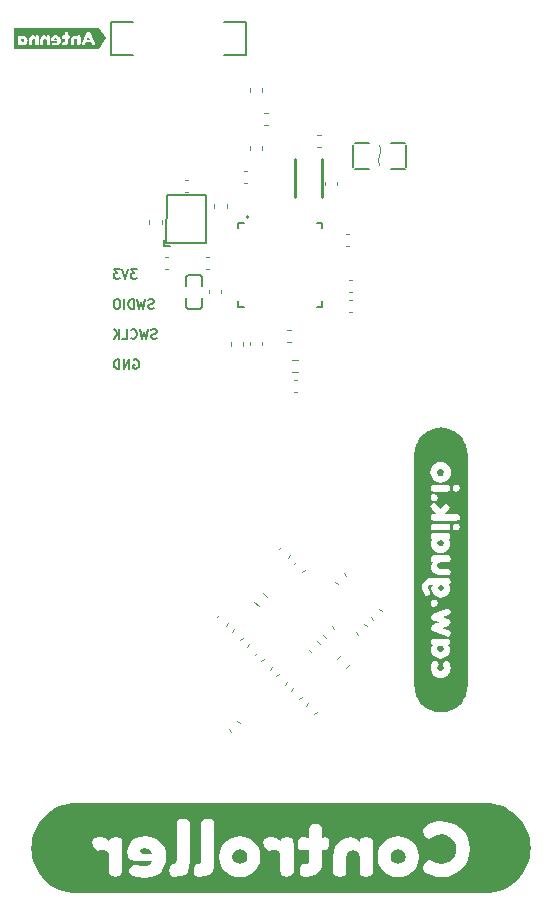
<source format=gbr>
%TF.GenerationSoftware,KiCad,Pcbnew,(6.0.9)*%
%TF.CreationDate,2023-01-04T16:14:01+08:00*%
%TF.ProjectId,CAWController,43415743-6f6e-4747-926f-6c6c65722e6b,rev?*%
%TF.SameCoordinates,Original*%
%TF.FileFunction,Legend,Bot*%
%TF.FilePolarity,Positive*%
%FSLAX46Y46*%
G04 Gerber Fmt 4.6, Leading zero omitted, Abs format (unit mm)*
G04 Created by KiCad (PCBNEW (6.0.9)) date 2023-01-04 16:14:01*
%MOMM*%
%LPD*%
G01*
G04 APERTURE LIST*
%ADD10C,0.150000*%
%ADD11C,0.120000*%
%ADD12C,0.254000*%
%ADD13C,0.152000*%
%ADD14C,0.076000*%
%ADD15C,0.152400*%
G04 APERTURE END LIST*
D10*
X123723808Y-85452000D02*
X123799999Y-85413904D01*
X123914285Y-85413904D01*
X124028570Y-85452000D01*
X124104761Y-85528190D01*
X124142856Y-85604380D01*
X124180951Y-85756761D01*
X124180951Y-85871047D01*
X124142856Y-86023428D01*
X124104761Y-86099619D01*
X124028570Y-86175809D01*
X123914285Y-86213904D01*
X123838094Y-86213904D01*
X123723808Y-86175809D01*
X123685713Y-86137714D01*
X123685713Y-85871047D01*
X123838094Y-85871047D01*
X123342856Y-86213904D02*
X123342856Y-85413904D01*
X122885713Y-86213904D01*
X122885713Y-85413904D01*
X122504761Y-86213904D02*
X122504761Y-85413904D01*
X122314285Y-85413904D01*
X122199999Y-85452000D01*
X122123808Y-85528190D01*
X122085713Y-85604380D01*
X122047618Y-85756761D01*
X122047618Y-85871047D01*
X122085713Y-86023428D01*
X122123808Y-86099619D01*
X122199999Y-86175809D01*
X122314285Y-86213904D01*
X122504761Y-86213904D01*
X125666666Y-83635809D02*
X125552381Y-83673904D01*
X125361904Y-83673904D01*
X125285714Y-83635809D01*
X125247619Y-83597714D01*
X125209523Y-83521523D01*
X125209523Y-83445333D01*
X125247619Y-83369142D01*
X125285714Y-83331047D01*
X125361904Y-83292952D01*
X125514285Y-83254857D01*
X125590476Y-83216761D01*
X125628571Y-83178666D01*
X125666666Y-83102476D01*
X125666666Y-83026285D01*
X125628571Y-82950095D01*
X125590476Y-82912000D01*
X125514285Y-82873904D01*
X125323809Y-82873904D01*
X125209523Y-82912000D01*
X124942857Y-82873904D02*
X124752381Y-83673904D01*
X124600000Y-83102476D01*
X124447619Y-83673904D01*
X124257143Y-82873904D01*
X123495238Y-83597714D02*
X123533333Y-83635809D01*
X123647619Y-83673904D01*
X123723809Y-83673904D01*
X123838095Y-83635809D01*
X123914285Y-83559619D01*
X123952381Y-83483428D01*
X123990476Y-83331047D01*
X123990476Y-83216761D01*
X123952381Y-83064380D01*
X123914285Y-82988190D01*
X123838095Y-82912000D01*
X123723809Y-82873904D01*
X123647619Y-82873904D01*
X123533333Y-82912000D01*
X123495238Y-82950095D01*
X122771428Y-83673904D02*
X123152381Y-83673904D01*
X123152381Y-82873904D01*
X122504762Y-83673904D02*
X122504762Y-82873904D01*
X122047619Y-83673904D02*
X122390476Y-83216761D01*
X122047619Y-82873904D02*
X122504762Y-83331047D01*
X125438095Y-81095809D02*
X125323809Y-81133904D01*
X125133333Y-81133904D01*
X125057142Y-81095809D01*
X125019047Y-81057714D01*
X124980952Y-80981523D01*
X124980952Y-80905333D01*
X125019047Y-80829142D01*
X125057142Y-80791047D01*
X125133333Y-80752952D01*
X125285714Y-80714857D01*
X125361904Y-80676761D01*
X125399999Y-80638666D01*
X125438095Y-80562476D01*
X125438095Y-80486285D01*
X125399999Y-80410095D01*
X125361904Y-80372000D01*
X125285714Y-80333904D01*
X125095237Y-80333904D01*
X124980952Y-80372000D01*
X124714285Y-80333904D02*
X124523809Y-81133904D01*
X124371428Y-80562476D01*
X124219047Y-81133904D01*
X124028571Y-80333904D01*
X123723809Y-81133904D02*
X123723809Y-80333904D01*
X123533333Y-80333904D01*
X123419047Y-80372000D01*
X123342857Y-80448190D01*
X123304761Y-80524380D01*
X123266666Y-80676761D01*
X123266666Y-80791047D01*
X123304761Y-80943428D01*
X123342857Y-81019619D01*
X123419047Y-81095809D01*
X123533333Y-81133904D01*
X123723809Y-81133904D01*
X122923809Y-81133904D02*
X122923809Y-80333904D01*
X122390476Y-80333904D02*
X122238095Y-80333904D01*
X122161904Y-80372000D01*
X122085714Y-80448190D01*
X122047618Y-80600571D01*
X122047618Y-80867238D01*
X122085714Y-81019619D01*
X122161904Y-81095809D01*
X122238095Y-81133904D01*
X122390476Y-81133904D01*
X122466666Y-81095809D01*
X122542857Y-81019619D01*
X122580952Y-80867238D01*
X122580952Y-80600571D01*
X122542857Y-80448190D01*
X122466666Y-80372000D01*
X122390476Y-80333904D01*
X123990476Y-77793904D02*
X123495238Y-77793904D01*
X123761904Y-78098666D01*
X123647619Y-78098666D01*
X123571428Y-78136761D01*
X123533333Y-78174857D01*
X123495238Y-78251047D01*
X123495238Y-78441523D01*
X123533333Y-78517714D01*
X123571428Y-78555809D01*
X123647619Y-78593904D01*
X123876190Y-78593904D01*
X123952380Y-78555809D01*
X123990476Y-78517714D01*
X123266666Y-77793904D02*
X123000000Y-78593904D01*
X122733333Y-77793904D01*
X122542857Y-77793904D02*
X122047619Y-77793904D01*
X122314285Y-78098666D01*
X122200000Y-78098666D01*
X122123809Y-78136761D01*
X122085714Y-78174857D01*
X122047619Y-78251047D01*
X122047619Y-78441523D01*
X122085714Y-78517714D01*
X122123809Y-78555809D01*
X122200000Y-78593904D01*
X122428571Y-78593904D01*
X122504761Y-78555809D01*
X122542857Y-78517714D01*
%TO.C,kibuzzard-639AC91A*%
G36*
X125116075Y-126974625D02*
G01*
X125319275Y-127333400D01*
X124519175Y-127333400D01*
X124277875Y-127130200D01*
X124389000Y-126895250D01*
X124706500Y-126806350D01*
X125116075Y-126974625D01*
G37*
G36*
X133142475Y-127073050D02*
G01*
X133290112Y-127269106D01*
X133339325Y-127539775D01*
X133288525Y-127809650D01*
X133136125Y-128003325D01*
X132723375Y-128158900D01*
X132304275Y-128000150D01*
X132147112Y-127803300D01*
X132094725Y-127530250D01*
X132143937Y-127258787D01*
X132291575Y-127066700D01*
X132717025Y-126914300D01*
X133142475Y-127073050D01*
G37*
G36*
X146553675Y-127073050D02*
G01*
X146701312Y-127269106D01*
X146750525Y-127539775D01*
X146699725Y-127809650D01*
X146547325Y-128003325D01*
X146134575Y-128158900D01*
X145715475Y-128000150D01*
X145558312Y-127803300D01*
X145505925Y-127530250D01*
X145555137Y-127258787D01*
X145702775Y-127066700D01*
X146128225Y-126914300D01*
X146553675Y-127073050D01*
G37*
G36*
X118516061Y-130606399D02*
G01*
X118144774Y-130551324D01*
X117780673Y-130460121D01*
X117427264Y-130333670D01*
X117087952Y-130173187D01*
X116766004Y-129980219D01*
X116464520Y-129756623D01*
X116186405Y-129504554D01*
X115934335Y-129226438D01*
X115710740Y-128924954D01*
X115517771Y-128603006D01*
X115357288Y-128263694D01*
X115230837Y-127910286D01*
X115139634Y-127546185D01*
X115084559Y-127174898D01*
X115066142Y-126800000D01*
X115084559Y-126425102D01*
X115097709Y-126336450D01*
X120213875Y-126336450D01*
X120334525Y-126780950D01*
X120683775Y-127022250D01*
X120902850Y-126971450D01*
X121179075Y-126920650D01*
X121499750Y-127041300D01*
X121648975Y-127333400D01*
X121648975Y-128666900D01*
X121658500Y-128885975D01*
X121718825Y-129054250D01*
X121890275Y-129178075D01*
X122214125Y-129219350D01*
X122652275Y-129111400D01*
X122766575Y-128838350D01*
X122766575Y-127146075D01*
X123179325Y-127146075D01*
X123227744Y-127485800D01*
X123373000Y-127723925D01*
X123801625Y-127911250D01*
X125306575Y-127911250D01*
X125097025Y-128209700D01*
X124677925Y-128330350D01*
X124349312Y-128311300D01*
X124100075Y-128254150D01*
X124030225Y-128228750D01*
X123776225Y-128158900D01*
X123426975Y-128444650D01*
X123344425Y-128736750D01*
X123428959Y-128984003D01*
X123682562Y-129160613D01*
X124105234Y-129266578D01*
X124696975Y-129301900D01*
X125140681Y-129261419D01*
X125532000Y-129139975D01*
X125856644Y-128951856D01*
X126100325Y-128711350D01*
X126128051Y-128666900D01*
X126754375Y-128666900D01*
X126786125Y-128989162D01*
X126881375Y-129155850D01*
X127160775Y-129222525D01*
X127668775Y-129193950D01*
X128072000Y-129081238D01*
X128303775Y-128870100D01*
X128370975Y-128666900D01*
X128830825Y-128666900D01*
X128862575Y-128989162D01*
X128957825Y-129155850D01*
X129237225Y-129222525D01*
X129745225Y-129193950D01*
X130148450Y-129081238D01*
X130380225Y-128870100D01*
X130513575Y-128466875D01*
X130558025Y-127879500D01*
X130558025Y-127542950D01*
X130970775Y-127542950D01*
X131039037Y-128040631D01*
X131243825Y-128479575D01*
X131546244Y-128835175D01*
X131907400Y-129082825D01*
X132305069Y-129228081D01*
X132717025Y-129276500D01*
X133129775Y-129224906D01*
X133529825Y-129070125D01*
X133892569Y-128814537D01*
X134193400Y-128460525D01*
X134395806Y-128031106D01*
X134463275Y-127549300D01*
X134404008Y-127070933D01*
X134226208Y-126651833D01*
X133966481Y-126336450D01*
X134717275Y-126336450D01*
X134837925Y-126780950D01*
X135187175Y-127022250D01*
X135406250Y-126971450D01*
X135682475Y-126920650D01*
X136003150Y-127041300D01*
X136152375Y-127333400D01*
X136152375Y-128666900D01*
X136161900Y-128885975D01*
X136222225Y-129054250D01*
X136393675Y-129178075D01*
X136717525Y-129219350D01*
X137155675Y-129111400D01*
X137269975Y-128838350D01*
X137269975Y-126444400D01*
X137619225Y-126444400D01*
X137662087Y-126766663D01*
X137790675Y-126933350D01*
X137958950Y-126987325D01*
X138178025Y-126996850D01*
X138590775Y-126971450D01*
X138590775Y-127847750D01*
X138536800Y-128095400D01*
X138333600Y-128171600D01*
X138105000Y-128181125D01*
X137936725Y-128241450D01*
X137790675Y-128666900D01*
X137835125Y-128989162D01*
X137968475Y-129155850D01*
X138136750Y-129209825D01*
X138349475Y-129219350D01*
X138754464Y-129186189D01*
X139088897Y-129086706D01*
X139352775Y-128920900D01*
X139543275Y-128676072D01*
X139548547Y-128660550D01*
X140629125Y-128660550D01*
X140638650Y-128879625D01*
X140692625Y-129041550D01*
X140860900Y-129170138D01*
X141187925Y-129213000D01*
X141543525Y-129154262D01*
X141708625Y-128978050D01*
X141746725Y-128654200D01*
X141746725Y-127536600D01*
X141895950Y-127130200D01*
X142296000Y-126984150D01*
X142702400Y-127136550D01*
X142857975Y-127536600D01*
X142857975Y-128660550D01*
X142867500Y-128879625D01*
X142927825Y-129041550D01*
X143091337Y-129170138D01*
X143416775Y-129213000D01*
X143739037Y-129170138D01*
X143905725Y-129041550D01*
X143959700Y-128873275D01*
X143969225Y-128654200D01*
X143969225Y-127542950D01*
X144381975Y-127542950D01*
X144450237Y-128040631D01*
X144655025Y-128479575D01*
X144957444Y-128835175D01*
X145318600Y-129082825D01*
X145716269Y-129228081D01*
X146128225Y-129276500D01*
X146540975Y-129224906D01*
X146941025Y-129070125D01*
X147303769Y-128814537D01*
X147604600Y-128460525D01*
X147807006Y-128031106D01*
X147874475Y-127549300D01*
X147815208Y-127070933D01*
X147637408Y-126651833D01*
X147341075Y-126292000D01*
X146968542Y-126016833D01*
X146562142Y-125851733D01*
X146121875Y-125796700D01*
X145682314Y-125851381D01*
X145278031Y-126015422D01*
X144909025Y-126288825D01*
X144616219Y-126646894D01*
X144440536Y-127064936D01*
X144381975Y-127542950D01*
X143969225Y-127542950D01*
X143969225Y-126406300D01*
X143959700Y-126193575D01*
X143899375Y-126031650D01*
X143732687Y-125912588D01*
X143410425Y-125872900D01*
X143097687Y-125909412D01*
X142934175Y-126018950D01*
X142870675Y-126279300D01*
X142756375Y-126152300D01*
X142584925Y-126018950D01*
X142108675Y-125872900D01*
X141708978Y-125926875D01*
X141356553Y-126088800D01*
X141051400Y-126358675D01*
X140816803Y-126706161D01*
X140676044Y-127100919D01*
X140629125Y-127542950D01*
X140629125Y-128660550D01*
X139548547Y-128660550D01*
X139657575Y-128339522D01*
X139695675Y-127911250D01*
X139695675Y-126971450D01*
X139956025Y-126990500D01*
X140187800Y-126882550D01*
X140279875Y-126514250D01*
X140248125Y-126136425D01*
X140159225Y-125968150D01*
X139905225Y-125885600D01*
X139695675Y-125911000D01*
X139695675Y-125304575D01*
X148191975Y-125304575D01*
X148325325Y-125657000D01*
X148560275Y-125914175D01*
X148769825Y-125999900D01*
X149093675Y-125860200D01*
X149404825Y-125698275D01*
X149804875Y-125644300D01*
X150214450Y-125715737D01*
X150617675Y-125930050D01*
X150935175Y-126323750D01*
X151030425Y-126594419D01*
X151062175Y-126898425D01*
X151030425Y-127202431D01*
X150935175Y-127473100D01*
X150611325Y-127873150D01*
X150216037Y-128082700D01*
X149804875Y-128152550D01*
X149433400Y-128101750D01*
X149182575Y-128000150D01*
X149068275Y-127917600D01*
X148763475Y-127790600D01*
X148558687Y-127879500D01*
X148338025Y-128146200D01*
X148198325Y-128501800D01*
X148284050Y-128724050D01*
X148484075Y-128882800D01*
X148703150Y-129016150D01*
X149131775Y-129181250D01*
X149450069Y-129257450D01*
X149757250Y-129282850D01*
X150060462Y-129263006D01*
X150366850Y-129203475D01*
X150679587Y-129097113D01*
X151001850Y-128936775D01*
X151312206Y-128728813D01*
X151589225Y-128479575D01*
X151826556Y-128171600D01*
X152017850Y-127787425D01*
X152144056Y-127346894D01*
X152186125Y-126869850D01*
X152144850Y-126397569D01*
X152021025Y-125971325D01*
X151832906Y-125603025D01*
X151598750Y-125304575D01*
X151323319Y-125062481D01*
X151011375Y-124863250D01*
X150595803Y-124672750D01*
X150178819Y-124558450D01*
X149760425Y-124520350D01*
X149459594Y-124543369D01*
X149154000Y-124612425D01*
X148687275Y-124799750D01*
X148534875Y-124888650D01*
X148357075Y-125002950D01*
X148191975Y-125304575D01*
X139695675Y-125304575D01*
X139695675Y-125256950D01*
X139686150Y-125041050D01*
X139625825Y-124888650D01*
X139462312Y-124769587D01*
X139136875Y-124729900D01*
X138792387Y-124788637D01*
X138622525Y-124964850D01*
X138590775Y-125288700D01*
X138590775Y-125911000D01*
X138168500Y-125885600D01*
X137952600Y-125895125D01*
X137784325Y-125955450D01*
X137660500Y-126118962D01*
X137619225Y-126444400D01*
X137269975Y-126444400D01*
X137269975Y-126425350D01*
X137260450Y-126206275D01*
X137206475Y-126044350D01*
X137038200Y-125915762D01*
X136711175Y-125872900D01*
X136401612Y-125909412D01*
X136234925Y-126018950D01*
X136165075Y-126228500D01*
X136073000Y-126120550D01*
X135815825Y-125949100D01*
X135469750Y-125841150D01*
X135218925Y-125857025D01*
X134996675Y-125911000D01*
X134796650Y-126041175D01*
X134717275Y-126336450D01*
X133966481Y-126336450D01*
X133929875Y-126292000D01*
X133557342Y-126016833D01*
X133150942Y-125851733D01*
X132710675Y-125796700D01*
X132271114Y-125851381D01*
X131866831Y-126015422D01*
X131497825Y-126288825D01*
X131205019Y-126646894D01*
X131029336Y-127064936D01*
X130970775Y-127542950D01*
X130558025Y-127542950D01*
X130558025Y-124856900D01*
X130548500Y-124637825D01*
X130494525Y-124469550D01*
X130326250Y-124340962D01*
X129999225Y-124298100D01*
X129684900Y-124340962D01*
X129516625Y-124469550D01*
X129456300Y-124641000D01*
X129446775Y-124863250D01*
X129446775Y-127803300D01*
X129408675Y-128092225D01*
X129240400Y-128152550D01*
X129065775Y-128162075D01*
X128957825Y-128216050D01*
X128830825Y-128666900D01*
X128370975Y-128666900D01*
X128437125Y-128466875D01*
X128481575Y-127879500D01*
X128481575Y-124856900D01*
X128472050Y-124637825D01*
X128418075Y-124469550D01*
X128249800Y-124340962D01*
X127922775Y-124298100D01*
X127608450Y-124340962D01*
X127440175Y-124469550D01*
X127379850Y-124641000D01*
X127370325Y-124863250D01*
X127370325Y-127803300D01*
X127332225Y-128092225D01*
X127163950Y-128152550D01*
X126989325Y-128162075D01*
X126881375Y-128216050D01*
X126754375Y-128666900D01*
X126128051Y-128666900D01*
X126322575Y-128355044D01*
X126455925Y-127971928D01*
X126500375Y-127562000D01*
X126442872Y-127064231D01*
X126270364Y-126637722D01*
X125982850Y-126282475D01*
X125609258Y-126016128D01*
X125178517Y-125856319D01*
X124690625Y-125803050D01*
X124278669Y-125841944D01*
X123925450Y-125958625D01*
X123630969Y-126153094D01*
X123395225Y-126425350D01*
X123233300Y-126770631D01*
X123179325Y-127146075D01*
X122766575Y-127146075D01*
X122766575Y-126425350D01*
X122757050Y-126206275D01*
X122703075Y-126044350D01*
X122534800Y-125915762D01*
X122207775Y-125872900D01*
X121898212Y-125909412D01*
X121731525Y-126018950D01*
X121661675Y-126228500D01*
X121569600Y-126120550D01*
X121312425Y-125949100D01*
X120966350Y-125841150D01*
X120715525Y-125857025D01*
X120493275Y-125911000D01*
X120293250Y-126041175D01*
X120213875Y-126336450D01*
X115097709Y-126336450D01*
X115139634Y-126053815D01*
X115230837Y-125689714D01*
X115357288Y-125336306D01*
X115517771Y-124996994D01*
X115710740Y-124675046D01*
X115934335Y-124373562D01*
X116186405Y-124095446D01*
X116464520Y-123843377D01*
X116766004Y-123619781D01*
X117087952Y-123426813D01*
X117427264Y-123266330D01*
X117780673Y-123139879D01*
X118144774Y-123048676D01*
X118516061Y-122993601D01*
X118890958Y-122975183D01*
X153509042Y-122975183D01*
X153883939Y-122993601D01*
X154255226Y-123048676D01*
X154619327Y-123139879D01*
X154972736Y-123266330D01*
X155312048Y-123426813D01*
X155633996Y-123619781D01*
X155935480Y-123843377D01*
X156213595Y-124095446D01*
X156465665Y-124373562D01*
X156689260Y-124675046D01*
X156882229Y-124996994D01*
X157042712Y-125336306D01*
X157169163Y-125689714D01*
X157260366Y-126053815D01*
X157315441Y-126425102D01*
X157333858Y-126800000D01*
X157315441Y-127174898D01*
X157260366Y-127546185D01*
X157169163Y-127910286D01*
X157042712Y-128263694D01*
X156882229Y-128603006D01*
X156689260Y-128924954D01*
X156465665Y-129226438D01*
X156213595Y-129504554D01*
X155935480Y-129756623D01*
X155633996Y-129980219D01*
X155312048Y-130173187D01*
X154972736Y-130333670D01*
X154619327Y-130460121D01*
X154255226Y-130551324D01*
X153883939Y-130606399D01*
X153509042Y-130624817D01*
X118890958Y-130624817D01*
X118516061Y-130606399D01*
G37*
%TO.C,kibuzzard-639AF8C4*%
G36*
X149908750Y-109720650D02*
G01*
X149997650Y-109920675D01*
X149908750Y-110123875D01*
X149715075Y-110201662D01*
X149526162Y-110119112D01*
X149442025Y-109919087D01*
X149527750Y-109723825D01*
X149716662Y-109646037D01*
X149908750Y-109720650D01*
G37*
G36*
X149926213Y-104578737D02*
G01*
X150013525Y-104775587D01*
X149927800Y-104975612D01*
X149738888Y-105051812D01*
X149553150Y-104970850D01*
X149470600Y-104774000D01*
X149554738Y-104581912D01*
X149738888Y-104505712D01*
X149926213Y-104578737D01*
G37*
G36*
X149908750Y-100776675D02*
G01*
X149997650Y-100976700D01*
X149908750Y-101179900D01*
X149715075Y-101257687D01*
X149526162Y-101175137D01*
X149442025Y-100975112D01*
X149527750Y-100779850D01*
X149716662Y-100702062D01*
X149908750Y-100776675D01*
G37*
G36*
X149860331Y-94687819D02*
G01*
X149956375Y-94761637D01*
X150032575Y-94974362D01*
X149953200Y-95187087D01*
X149855172Y-95260906D01*
X149719837Y-95285512D01*
X149584900Y-95260112D01*
X149488062Y-95183912D01*
X149410275Y-94977537D01*
X149489650Y-94767987D01*
X149588075Y-94689406D01*
X149724600Y-94663212D01*
X149860331Y-94687819D01*
G37*
G36*
X147508711Y-93219031D02*
G01*
X147541141Y-93000410D01*
X147594843Y-92786019D01*
X147669300Y-92577925D01*
X147763796Y-92378131D01*
X147877420Y-92188561D01*
X148009078Y-92011041D01*
X148157501Y-91847280D01*
X148321262Y-91698857D01*
X148498782Y-91567199D01*
X148688352Y-91453575D01*
X148888146Y-91359079D01*
X149096240Y-91284622D01*
X149310631Y-91230920D01*
X149529252Y-91198491D01*
X149750000Y-91187646D01*
X149970748Y-91198491D01*
X150189369Y-91230920D01*
X150403760Y-91284622D01*
X150611854Y-91359079D01*
X150811648Y-91453575D01*
X151001218Y-91567199D01*
X151178738Y-91698857D01*
X151342499Y-91847280D01*
X151490922Y-92011041D01*
X151622580Y-92188561D01*
X151736204Y-92378131D01*
X151830700Y-92577925D01*
X151905157Y-92786019D01*
X151958859Y-93000410D01*
X151991289Y-93219031D01*
X152002133Y-93439779D01*
X152002133Y-113060221D01*
X151991289Y-113280968D01*
X151958859Y-113499590D01*
X151905157Y-113713980D01*
X151830700Y-113922075D01*
X151736204Y-114121869D01*
X151622580Y-114311439D01*
X151490923Y-114488959D01*
X151342499Y-114652719D01*
X151178738Y-114801143D01*
X151001218Y-114932801D01*
X150811648Y-115046425D01*
X150611854Y-115140921D01*
X150403760Y-115215378D01*
X150189369Y-115269080D01*
X149970748Y-115301509D01*
X149750000Y-115312354D01*
X149529252Y-115301509D01*
X149310631Y-115269080D01*
X149096240Y-115215378D01*
X148888146Y-115140921D01*
X148688352Y-115046425D01*
X148498782Y-114932801D01*
X148321262Y-114801143D01*
X148157501Y-114652719D01*
X148009077Y-114488959D01*
X147877420Y-114311439D01*
X147763796Y-114121869D01*
X147669300Y-113922075D01*
X147594843Y-113713980D01*
X147541141Y-113499590D01*
X147508711Y-113280968D01*
X147497867Y-113060221D01*
X147497867Y-111535162D01*
X148864175Y-111535162D01*
X148887811Y-111729543D01*
X148958719Y-111918985D01*
X149076900Y-112103487D01*
X149195566Y-112221756D01*
X149348362Y-112316212D01*
X149526956Y-112378125D01*
X149723012Y-112398762D01*
X149918275Y-112378125D01*
X150094487Y-112316212D01*
X150244903Y-112221756D01*
X150362775Y-112103487D01*
X150479192Y-111923923D01*
X150549042Y-111736598D01*
X150572325Y-111541512D01*
X150538988Y-111306562D01*
X150473900Y-111138287D01*
X150442150Y-111087487D01*
X150381825Y-110998587D01*
X150237362Y-110916037D01*
X150054800Y-110982712D01*
X149923831Y-111094631D01*
X149880175Y-111201787D01*
X149950025Y-111373237D01*
X150004000Y-111536750D01*
X149927800Y-111735187D01*
X149716662Y-111827262D01*
X149507113Y-111738362D01*
X149432500Y-111549450D01*
X149491238Y-111362125D01*
X149549975Y-111220837D01*
X149507906Y-111115269D01*
X149381700Y-110989062D01*
X149216600Y-110916037D01*
X149099919Y-110959694D01*
X148991175Y-111090662D01*
X148895925Y-111292275D01*
X148864175Y-111535162D01*
X147497867Y-111535162D01*
X147497867Y-109320600D01*
X148886400Y-109320600D01*
X148929262Y-109552375D01*
X149054675Y-109620637D01*
X148928469Y-109777403D01*
X148886400Y-110012750D01*
X148914269Y-110191432D01*
X148997878Y-110361294D01*
X149137225Y-110522337D01*
X149313437Y-110652865D01*
X149507642Y-110731182D01*
X149719837Y-110757287D01*
X149931857Y-110731005D01*
X150125532Y-110652160D01*
X150300862Y-110520750D01*
X150439328Y-110357943D01*
X150522407Y-110184905D01*
X150550100Y-110001637D01*
X150512000Y-109804787D01*
X150440562Y-109680962D01*
X150375475Y-109623812D01*
X150508825Y-109551581D01*
X150553275Y-109372987D01*
X150534225Y-109188837D01*
X150467550Y-109104700D01*
X150383413Y-109076125D01*
X150273875Y-109071362D01*
X149162625Y-109071362D01*
X149053087Y-109076125D01*
X148968950Y-109103112D01*
X148907037Y-109179709D01*
X148886400Y-109320600D01*
X147497867Y-109320600D01*
X147497867Y-107239387D01*
X148870525Y-107239387D01*
X148926087Y-107380675D01*
X149038800Y-107471162D01*
X149092775Y-107496562D01*
X149176031Y-107528665D01*
X149341131Y-107591107D01*
X149588075Y-107683887D01*
X149487666Y-107723178D01*
X149338837Y-107777550D01*
X149122937Y-107856925D01*
X149065787Y-107879150D01*
X149013400Y-107906137D01*
X148946725Y-107956937D01*
X148870525Y-108131562D01*
X148926087Y-108296662D01*
X149038800Y-108385562D01*
X150207200Y-108864987D01*
X150331025Y-108896737D01*
X150444531Y-108851494D01*
X150531050Y-108715762D01*
X150572325Y-108550662D01*
X150545338Y-108447475D01*
X150491362Y-108391912D01*
X150435800Y-108366512D01*
X150313033Y-108317476D01*
X150114067Y-108242335D01*
X149838900Y-108141087D01*
X150353250Y-107953762D01*
X150464375Y-107883912D01*
X150556450Y-107696587D01*
X150505650Y-107533075D01*
X150404050Y-107439412D01*
X150350075Y-107414012D01*
X150096075Y-107322643D01*
X149926742Y-107260201D01*
X149842075Y-107226687D01*
X150369125Y-107033012D01*
X150521525Y-106937762D01*
X150572325Y-106804412D01*
X150540575Y-106677412D01*
X150441356Y-106525012D01*
X150321500Y-106474212D01*
X150148463Y-106525012D01*
X149940500Y-106610737D01*
X149089600Y-106959987D01*
X148970537Y-107023487D01*
X148892750Y-107118737D01*
X148870525Y-107239387D01*
X147497867Y-107239387D01*
X147497867Y-106031300D01*
X148876875Y-106031300D01*
X148891956Y-106190844D01*
X148937200Y-106285300D01*
X149165800Y-106347212D01*
X149178500Y-106347212D01*
X149289625Y-106342450D01*
X149375350Y-106312287D01*
X149446787Y-106228547D01*
X149470600Y-106072575D01*
X149453931Y-105910253D01*
X149403925Y-105807462D01*
X149181675Y-105753487D01*
X149168975Y-105753487D01*
X149056262Y-105758250D01*
X148968950Y-105791587D01*
X148899894Y-105875328D01*
X148876875Y-106031300D01*
X147497867Y-106031300D01*
X147497867Y-104769237D01*
X148159325Y-104769237D01*
X148188694Y-105004981D01*
X148276800Y-105229612D01*
X148388719Y-105393919D01*
X148489525Y-105448687D01*
X148708600Y-105353437D01*
X148800675Y-105259775D01*
X148826075Y-105181987D01*
X148787975Y-105089912D01*
X148699869Y-104931162D01*
X148670500Y-104759712D01*
X148765750Y-104562862D01*
X148994350Y-104486662D01*
X149089600Y-104486662D01*
X148970537Y-104643031D01*
X148930850Y-104870837D01*
X148957837Y-105042816D01*
X149038800Y-105207387D01*
X149173737Y-105364550D01*
X149344658Y-105492432D01*
X149533571Y-105569161D01*
X149740475Y-105594737D01*
X149947556Y-105568985D01*
X150136997Y-105491726D01*
X150308800Y-105362962D01*
X150444619Y-105203507D01*
X150526111Y-105034173D01*
X150553275Y-104854962D01*
X150513588Y-104658112D01*
X150440562Y-104535875D01*
X150378650Y-104483487D01*
X150513588Y-104418400D01*
X150559625Y-104239012D01*
X150540575Y-104058037D01*
X150475488Y-103977075D01*
X150394525Y-103948500D01*
X150286575Y-103943737D01*
X148972125Y-103943737D01*
X148744407Y-103971960D01*
X148548086Y-104056626D01*
X148383162Y-104197737D01*
X148258808Y-104374126D01*
X148184196Y-104564626D01*
X148159325Y-104769237D01*
X147497867Y-104769237D01*
X147497867Y-102299087D01*
X148883225Y-102299087D01*
X148902275Y-102455456D01*
X148959425Y-102537212D01*
X149089600Y-102568962D01*
X149026100Y-102626112D01*
X148956250Y-102711837D01*
X148886400Y-102946787D01*
X148913387Y-103148400D01*
X148994350Y-103325671D01*
X149129287Y-103478600D01*
X149303031Y-103595898D01*
X149500410Y-103666278D01*
X149721425Y-103689737D01*
X150277050Y-103689737D01*
X150388175Y-103684975D01*
X150470725Y-103657987D01*
X150535019Y-103573850D01*
X150556450Y-103410337D01*
X150526288Y-103234125D01*
X150435800Y-103149987D01*
X150273875Y-103130937D01*
X149718250Y-103130937D01*
X149515050Y-103056325D01*
X149442025Y-102856300D01*
X149518225Y-102653100D01*
X149718250Y-102575312D01*
X150280225Y-102575312D01*
X150389763Y-102570550D01*
X150473900Y-102540387D01*
X150535812Y-102458631D01*
X150556450Y-102295912D01*
X150535019Y-102134781D01*
X150470725Y-102051437D01*
X150386588Y-102024450D01*
X150277050Y-102019687D01*
X149153100Y-102019687D01*
X149046738Y-102024450D01*
X148965775Y-102054612D01*
X148903862Y-102139544D01*
X148883225Y-102299087D01*
X147497867Y-102299087D01*
X147497867Y-100376625D01*
X148886400Y-100376625D01*
X148929262Y-100608400D01*
X149054675Y-100676662D01*
X148928469Y-100833428D01*
X148886400Y-101068775D01*
X148914269Y-101247457D01*
X148997878Y-101417319D01*
X149137225Y-101578362D01*
X149313437Y-101708890D01*
X149507642Y-101787207D01*
X149719837Y-101813312D01*
X149931857Y-101787030D01*
X150125532Y-101708185D01*
X150300862Y-101576775D01*
X150439328Y-101413968D01*
X150522407Y-101240930D01*
X150550100Y-101057662D01*
X150512000Y-100860812D01*
X150440562Y-100736987D01*
X150375475Y-100679837D01*
X150508825Y-100607606D01*
X150553275Y-100429012D01*
X150534225Y-100244862D01*
X150467550Y-100160725D01*
X150383413Y-100132150D01*
X150273875Y-100127387D01*
X149162625Y-100127387D01*
X149053087Y-100132150D01*
X148968950Y-100159137D01*
X148907037Y-100235734D01*
X148886400Y-100376625D01*
X147497867Y-100376625D01*
X147497867Y-99597162D01*
X148880050Y-99597162D01*
X148901481Y-99758294D01*
X148965775Y-99841637D01*
X149048325Y-99868625D01*
X149159450Y-99873387D01*
X150273875Y-99873387D01*
X150383413Y-99868625D01*
X150467550Y-99841637D01*
X150529463Y-99757500D01*
X150549900Y-99595575D01*
X150778700Y-99595575D01*
X150797750Y-99755912D01*
X150864425Y-99840050D01*
X150948563Y-99868625D01*
X151058100Y-99873387D01*
X151167638Y-99868625D01*
X151248600Y-99841637D01*
X151312894Y-99757500D01*
X151334325Y-99593987D01*
X151312894Y-99433650D01*
X151248600Y-99352687D01*
X151164463Y-99322525D01*
X151054925Y-99317762D01*
X150945388Y-99322525D01*
X150862838Y-99351100D01*
X150797750Y-99435237D01*
X150778700Y-99595575D01*
X150549900Y-99595575D01*
X150550100Y-99593987D01*
X150496125Y-99378087D01*
X150359600Y-99320937D01*
X150267525Y-99317762D01*
X149156275Y-99317762D01*
X149046738Y-99322525D01*
X148962600Y-99352687D01*
X148900687Y-99434444D01*
X148880050Y-99597162D01*
X147497867Y-99597162D01*
X147497867Y-97825512D01*
X148861000Y-97825512D01*
X148953075Y-98019187D01*
X148975300Y-98050937D01*
X149058247Y-98143806D01*
X149186437Y-98276362D01*
X149315422Y-98410506D01*
X149400750Y-98508137D01*
X149156275Y-98508137D01*
X149046738Y-98512900D01*
X148962600Y-98543062D01*
X148900687Y-98624819D01*
X148880050Y-98787537D01*
X148901481Y-98948669D01*
X148965775Y-99032012D01*
X149049912Y-99059000D01*
X149159450Y-99063762D01*
X151061275Y-99063762D01*
X151170812Y-99059000D01*
X151254950Y-99032012D01*
X151319244Y-98947875D01*
X151340675Y-98784362D01*
X151286700Y-98568462D01*
X151147000Y-98511312D01*
X151058100Y-98508137D01*
X150051625Y-98508137D01*
X150213550Y-98335100D01*
X150375475Y-98162062D01*
X150400875Y-98123962D01*
X150486600Y-97933462D01*
X150358013Y-97750900D01*
X150156400Y-97647712D01*
X149984950Y-97765187D01*
X149718250Y-98079512D01*
X149369000Y-97657237D01*
X149267400Y-97557225D01*
X149200725Y-97536587D01*
X148994350Y-97635012D01*
X148861000Y-97825512D01*
X147497867Y-97825512D01*
X147497867Y-97093675D01*
X148876875Y-97093675D01*
X148891956Y-97253219D01*
X148937200Y-97347675D01*
X149165800Y-97409587D01*
X149178500Y-97409587D01*
X149289625Y-97404825D01*
X149375350Y-97374662D01*
X149446787Y-97290922D01*
X149470600Y-97134950D01*
X149453931Y-96972628D01*
X149403925Y-96869837D01*
X149181675Y-96815862D01*
X149168975Y-96815862D01*
X149056262Y-96820625D01*
X148968950Y-96853962D01*
X148899894Y-96937703D01*
X148876875Y-97093675D01*
X147497867Y-97093675D01*
X147497867Y-96333262D01*
X148880050Y-96333262D01*
X148901481Y-96494394D01*
X148965775Y-96577737D01*
X149048325Y-96604725D01*
X149159450Y-96609487D01*
X150273875Y-96609487D01*
X150383413Y-96604725D01*
X150467550Y-96577737D01*
X150529463Y-96493600D01*
X150549900Y-96331675D01*
X150778700Y-96331675D01*
X150797750Y-96492012D01*
X150864425Y-96576150D01*
X150948563Y-96604725D01*
X151058100Y-96609487D01*
X151167638Y-96604725D01*
X151248600Y-96577737D01*
X151312894Y-96493600D01*
X151334325Y-96330087D01*
X151312894Y-96169750D01*
X151248600Y-96088787D01*
X151164463Y-96058625D01*
X151054925Y-96053862D01*
X150945388Y-96058625D01*
X150862838Y-96087200D01*
X150797750Y-96171337D01*
X150778700Y-96331675D01*
X150549900Y-96331675D01*
X150550100Y-96330087D01*
X150496125Y-96114187D01*
X150359600Y-96057037D01*
X150267525Y-96053862D01*
X149156275Y-96053862D01*
X149046738Y-96058625D01*
X148962600Y-96088787D01*
X148900687Y-96170544D01*
X148880050Y-96333262D01*
X147497867Y-96333262D01*
X147497867Y-94974362D01*
X148851475Y-94974362D01*
X148877272Y-95180737D01*
X148954662Y-95380762D01*
X149082456Y-95562134D01*
X149259462Y-95712550D01*
X149474172Y-95813753D01*
X149715075Y-95847487D01*
X149954258Y-95817854D01*
X150163808Y-95728954D01*
X150343725Y-95580787D01*
X150481308Y-95394521D01*
X150563858Y-95191321D01*
X150591375Y-94971187D01*
X150564035Y-94751407D01*
X150482014Y-94549265D01*
X150345313Y-94364762D01*
X150166278Y-94218360D01*
X149957257Y-94130518D01*
X149718250Y-94101237D01*
X149469409Y-94135369D01*
X149249937Y-94237762D01*
X149072137Y-94388972D01*
X148948312Y-94569550D01*
X148875684Y-94768384D01*
X148851475Y-94974362D01*
X147497867Y-94974362D01*
X147497867Y-93439779D01*
X147508711Y-93219031D01*
G37*
D11*
%TO.C,C36*%
X126646267Y-76740000D02*
X126353733Y-76740000D01*
X126646267Y-77760000D02*
X126353733Y-77760000D01*
%TO.C,C30*%
X140950000Y-70393733D02*
X140950000Y-70686267D01*
X139930000Y-70393733D02*
X139930000Y-70686267D01*
%TO.C,C28*%
X142236267Y-78660000D02*
X141943733Y-78660000D01*
X142236267Y-79680000D02*
X141943733Y-79680000D01*
%TO.C,C26*%
X139576267Y-67430000D02*
X139283733Y-67430000D01*
X139576267Y-66410000D02*
X139283733Y-66410000D01*
D12*
%TO.C,Y3*%
X137389500Y-71667700D02*
X137389500Y-68467300D01*
X139670500Y-68472300D02*
X139670500Y-71672700D01*
D11*
%TO.C,L1*%
X140489520Y-108018271D02*
X140731729Y-108260480D01*
X139768271Y-108739520D02*
X140010480Y-108981729D01*
%TO.C,L3*%
X133560000Y-67358733D02*
X133560000Y-67701267D01*
X134580000Y-67358733D02*
X134580000Y-67701267D01*
D13*
%TO.C,F1*%
X143634000Y-69263000D02*
X142444000Y-69263000D01*
X142444000Y-67077000D02*
X143634000Y-67077000D01*
X142291000Y-69110000D02*
X142291000Y-67230000D01*
X146676000Y-67077000D02*
X145486000Y-67077000D01*
X146829000Y-69110000D02*
X146829000Y-67230000D01*
X145486000Y-69263000D02*
X146676000Y-69263000D01*
D14*
X144560000Y-68170000D02*
G75*
G03*
X144560537Y-69014931I732000J-422000D01*
G01*
X144560000Y-68170000D02*
G75*
G03*
X144559463Y-67325069I-731999J422000D01*
G01*
D11*
%TO.C,C35*%
X130570000Y-72293733D02*
X130570000Y-72586267D01*
X131590000Y-72293733D02*
X131590000Y-72586267D01*
%TO.C,C31*%
X133550000Y-84236267D02*
X133550000Y-83943733D01*
X134570000Y-84236267D02*
X134570000Y-83943733D01*
%TO.C,C23*%
X137757198Y-114214051D02*
X137964051Y-114007198D01*
X137035949Y-113492802D02*
X137242802Y-113285949D01*
%TO.C,C15*%
X136242802Y-101285949D02*
X136035949Y-101492802D01*
X136964051Y-102007198D02*
X136757198Y-102214051D01*
%TO.C,C24*%
X131090000Y-79836267D02*
X131090000Y-79543733D01*
X130070000Y-79836267D02*
X130070000Y-79543733D01*
D15*
%TO.C,Y4*%
X126529100Y-71488000D02*
X126501300Y-75549500D01*
X126529100Y-71488000D02*
X126529100Y-71488000D01*
X129831300Y-75549500D02*
X129831100Y-71488000D01*
D13*
X126275100Y-75806000D02*
X126275100Y-75298000D01*
D15*
X129831100Y-71488000D02*
X128180100Y-71488000D01*
X126501300Y-75549500D02*
X129831300Y-75549500D01*
X128180100Y-71488000D02*
X126529100Y-71488000D01*
D13*
X126783100Y-75806000D02*
X126275100Y-75806000D01*
D11*
%TO.C,L5*%
X136688733Y-83980000D02*
X137031267Y-83980000D01*
X136688733Y-82960000D02*
X137031267Y-82960000D01*
%TO.C,C34*%
X137273733Y-88150000D02*
X137566267Y-88150000D01*
X137273733Y-87130000D02*
X137566267Y-87130000D01*
%TO.C,C5*%
X142742802Y-108714051D02*
X142535949Y-108507198D01*
X143464051Y-107992802D02*
X143257198Y-107785949D01*
%TO.C,C8*%
X135257198Y-111714051D02*
X135464051Y-111507198D01*
X134535949Y-110992802D02*
X134742802Y-110785949D01*
%TO.C,kibuzzard-638D7386*%
G36*
X114427747Y-58307150D02*
G01*
X114466640Y-58403987D01*
X114425365Y-58498444D01*
X114325353Y-58540512D01*
X114227722Y-58497650D01*
X114188828Y-58403194D01*
X114226134Y-58307150D01*
X114326147Y-58262700D01*
X114427747Y-58307150D01*
G37*
G36*
X117232065Y-58260319D02*
G01*
X117282865Y-58350012D01*
X117082840Y-58350012D01*
X117022515Y-58299212D01*
X117050297Y-58240475D01*
X117129672Y-58218250D01*
X117232065Y-58260319D01*
G37*
G36*
X120005428Y-58338900D02*
G01*
X119794290Y-58338900D01*
X119900653Y-58121412D01*
X120005428Y-58338900D01*
G37*
G36*
X113570761Y-57327133D02*
G01*
X120813994Y-57327133D01*
X121429239Y-58250000D01*
X120813994Y-59172867D01*
X113570761Y-59172867D01*
X113570761Y-58680213D01*
X113901490Y-58680213D01*
X113903872Y-58734981D01*
X113917365Y-58777050D01*
X113955664Y-58808006D01*
X114026109Y-58818325D01*
X114141997Y-58796894D01*
X114176128Y-58734187D01*
X114254511Y-58797291D01*
X114372184Y-58818325D01*
X114461525Y-58804390D01*
X114546456Y-58762586D01*
X114626978Y-58692913D01*
X114635210Y-58681800D01*
X114847640Y-58681800D01*
X114850022Y-58736569D01*
X114863515Y-58777050D01*
X114905584Y-58809197D01*
X114987340Y-58819912D01*
X115076240Y-58805228D01*
X115117515Y-58761175D01*
X115127040Y-58680213D01*
X115127040Y-58400812D01*
X115164347Y-58299212D01*
X115264359Y-58262700D01*
X115365959Y-58300800D01*
X115404853Y-58400812D01*
X115404853Y-58681800D01*
X115407234Y-58736569D01*
X115422315Y-58777050D01*
X115463193Y-58809197D01*
X115544553Y-58819912D01*
X115625118Y-58809197D01*
X115666790Y-58777050D01*
X115680284Y-58734981D01*
X115682596Y-58681800D01*
X115809665Y-58681800D01*
X115812047Y-58736569D01*
X115825540Y-58777050D01*
X115867609Y-58809197D01*
X115949365Y-58819912D01*
X116038265Y-58805228D01*
X116079540Y-58761175D01*
X116089065Y-58680213D01*
X116089065Y-58400812D01*
X116126372Y-58299212D01*
X116226384Y-58262700D01*
X116327984Y-58300800D01*
X116366878Y-58400812D01*
X116366878Y-58681800D01*
X116369259Y-58736569D01*
X116384340Y-58777050D01*
X116425218Y-58809197D01*
X116506578Y-58819912D01*
X116587143Y-58809197D01*
X116628815Y-58777050D01*
X116642309Y-58734981D01*
X116644690Y-58680213D01*
X116644690Y-58303181D01*
X116747878Y-58303181D01*
X116759982Y-58388112D01*
X116796297Y-58447644D01*
X116903453Y-58494475D01*
X117279690Y-58494475D01*
X117227303Y-58569087D01*
X117122528Y-58599250D01*
X117040375Y-58594488D01*
X116978065Y-58580200D01*
X116960603Y-58573850D01*
X116897103Y-58556388D01*
X116809790Y-58627825D01*
X116789153Y-58700850D01*
X116810286Y-58762663D01*
X116873687Y-58806816D01*
X116979355Y-58833307D01*
X117127290Y-58842138D01*
X117238217Y-58832017D01*
X117336047Y-58801656D01*
X117417207Y-58754627D01*
X117478128Y-58694500D01*
X117533690Y-58605424D01*
X117567028Y-58509644D01*
X117578140Y-58407162D01*
X117563765Y-58282720D01*
X117520638Y-58176093D01*
X117481522Y-58127762D01*
X117641640Y-58127762D01*
X117652356Y-58208328D01*
X117684503Y-58250000D01*
X117726572Y-58263494D01*
X117781340Y-58265875D01*
X117884528Y-58259525D01*
X117884528Y-58478600D01*
X117871034Y-58540512D01*
X117820234Y-58559562D01*
X117763084Y-58561944D01*
X117721015Y-58577025D01*
X117684503Y-58683387D01*
X117695615Y-58763953D01*
X117728953Y-58805625D01*
X117771022Y-58819119D01*
X117824203Y-58821500D01*
X117925450Y-58813210D01*
X118009058Y-58788339D01*
X118075028Y-58746887D01*
X118122653Y-58685681D01*
X118123971Y-58681800D01*
X118394115Y-58681800D01*
X118396497Y-58736569D01*
X118409990Y-58777050D01*
X118452059Y-58809197D01*
X118533815Y-58819912D01*
X118622715Y-58805228D01*
X118663990Y-58761175D01*
X118673515Y-58680213D01*
X118673515Y-58400812D01*
X118710822Y-58299212D01*
X118810834Y-58262700D01*
X118912434Y-58300800D01*
X118951328Y-58400812D01*
X118951328Y-58681800D01*
X118953709Y-58736569D01*
X118968790Y-58777050D01*
X119009668Y-58809197D01*
X119091028Y-58819912D01*
X119171593Y-58809197D01*
X119213265Y-58777050D01*
X119226759Y-58734981D01*
X119227967Y-58707200D01*
X119316453Y-58707200D01*
X119339472Y-58761572D01*
X119408528Y-58810387D01*
X119493459Y-58837375D01*
X119544259Y-58823088D01*
X119572834Y-58792925D01*
X119597440Y-58745300D01*
X119679990Y-58573850D01*
X120119728Y-58573850D01*
X120202278Y-58745300D01*
X120226884Y-58791337D01*
X120255459Y-58820706D01*
X120306259Y-58835788D01*
X120391190Y-58808800D01*
X120460247Y-58761175D01*
X120483265Y-58707200D01*
X120456278Y-58626238D01*
X120027653Y-57738825D01*
X119974472Y-57680087D01*
X119899065Y-57657862D01*
X119824453Y-57678500D01*
X119772065Y-57740412D01*
X119343440Y-58626238D01*
X119316453Y-58707200D01*
X119227967Y-58707200D01*
X119229140Y-58680213D01*
X119229140Y-58118237D01*
X119226759Y-58065056D01*
X119211678Y-58024575D01*
X119170006Y-57994809D01*
X119089440Y-57984887D01*
X119011256Y-57994016D01*
X118970378Y-58021400D01*
X118954503Y-58086487D01*
X118925928Y-58054737D01*
X118883065Y-58021400D01*
X118764003Y-57984887D01*
X118664078Y-57998381D01*
X118575972Y-58038862D01*
X118499684Y-58106331D01*
X118441035Y-58193203D01*
X118405845Y-58291892D01*
X118394115Y-58402400D01*
X118394115Y-58681800D01*
X118123971Y-58681800D01*
X118151228Y-58601543D01*
X118160753Y-58494475D01*
X118160753Y-58259525D01*
X118225840Y-58264287D01*
X118283784Y-58237300D01*
X118306803Y-58145225D01*
X118298865Y-58050769D01*
X118276640Y-58008700D01*
X118213140Y-57988062D01*
X118160753Y-57994412D01*
X118160753Y-57830900D01*
X118158372Y-57776925D01*
X118143290Y-57738825D01*
X118102412Y-57709059D01*
X118021053Y-57699137D01*
X117934931Y-57713822D01*
X117892465Y-57757875D01*
X117884528Y-57838837D01*
X117884528Y-57994412D01*
X117778959Y-57988062D01*
X117724984Y-57990444D01*
X117682915Y-58005525D01*
X117651959Y-58046403D01*
X117641640Y-58127762D01*
X117481522Y-58127762D01*
X117448759Y-58087281D01*
X117355361Y-58020694D01*
X117247676Y-57980742D01*
X117125703Y-57967425D01*
X117022714Y-57977148D01*
X116934409Y-58006319D01*
X116860789Y-58054936D01*
X116801853Y-58123000D01*
X116761372Y-58209320D01*
X116747878Y-58303181D01*
X116644690Y-58303181D01*
X116644690Y-58118237D01*
X116642309Y-58065056D01*
X116627228Y-58024575D01*
X116585556Y-57994809D01*
X116504990Y-57984887D01*
X116426806Y-57994016D01*
X116385928Y-58021400D01*
X116370053Y-58086487D01*
X116341478Y-58054737D01*
X116298615Y-58021400D01*
X116179553Y-57984887D01*
X116079628Y-57998381D01*
X115991522Y-58038862D01*
X115915234Y-58106331D01*
X115856585Y-58193203D01*
X115821395Y-58291892D01*
X115809665Y-58402400D01*
X115809665Y-58681800D01*
X115682596Y-58681800D01*
X115682665Y-58680213D01*
X115682665Y-58118237D01*
X115680284Y-58065056D01*
X115665203Y-58024575D01*
X115623531Y-57994809D01*
X115542965Y-57984887D01*
X115464781Y-57994016D01*
X115423903Y-58021400D01*
X115408028Y-58086487D01*
X115379453Y-58054737D01*
X115336590Y-58021400D01*
X115217528Y-57984887D01*
X115117603Y-57998381D01*
X115029497Y-58038862D01*
X114953209Y-58106331D01*
X114894560Y-58193203D01*
X114859370Y-58291892D01*
X114847640Y-58402400D01*
X114847640Y-58681800D01*
X114635210Y-58681800D01*
X114692242Y-58604806D01*
X114731400Y-58507704D01*
X114744453Y-58401606D01*
X114731312Y-58295597D01*
X114691889Y-58198759D01*
X114626184Y-58111094D01*
X114544781Y-58041861D01*
X114458262Y-58000322D01*
X114366628Y-57986475D01*
X114268203Y-58005525D01*
X114206290Y-58041244D01*
X114177715Y-58073787D01*
X114141600Y-58007112D01*
X114052303Y-57984887D01*
X113960228Y-57994412D01*
X113918159Y-58027750D01*
X113903872Y-58069819D01*
X113901490Y-58124587D01*
X113901490Y-58680213D01*
X113570761Y-58680213D01*
X113570761Y-57327133D01*
G37*
%TO.C,C11*%
X138492802Y-114535949D02*
X138285949Y-114742802D01*
X139214051Y-115257198D02*
X139007198Y-115464051D01*
%TO.C,C39*%
X128033733Y-71280000D02*
X128326267Y-71280000D01*
X128033733Y-70260000D02*
X128326267Y-70260000D01*
%TO.C,C14*%
X129853733Y-76740000D02*
X130146267Y-76740000D01*
X129853733Y-77760000D02*
X130146267Y-77760000D01*
%TO.C,C20*%
X139464051Y-109492802D02*
X139257198Y-109285949D01*
X138742802Y-110214051D02*
X138535949Y-110007198D01*
%TO.C,C7*%
X134007198Y-110464051D02*
X134214051Y-110257198D01*
X133285949Y-109742802D02*
X133492802Y-109535949D01*
%TO.C,R1*%
X140950420Y-110810654D02*
X141310654Y-110450420D01*
X141689346Y-111549580D02*
X142049580Y-111189346D01*
%TO.C,C37*%
X131990000Y-84246267D02*
X131990000Y-83953733D01*
X133010000Y-84246267D02*
X133010000Y-83953733D01*
D15*
%TO.C,L2*%
X133212500Y-56888600D02*
X131350600Y-56888600D01*
X121787500Y-59611400D02*
X121787500Y-56888600D01*
X133212500Y-59611400D02*
X133212500Y-56888600D01*
X131350600Y-59611400D02*
X133212500Y-59611400D01*
X123649400Y-59611400D02*
X121787500Y-59611400D01*
X121787500Y-56888600D02*
X123649400Y-56888600D01*
D11*
%TO.C,C16*%
X131785949Y-116757198D02*
X131992802Y-116964051D01*
X132507198Y-116035949D02*
X132714051Y-116242802D01*
%TO.C,C27*%
X141966267Y-75790000D02*
X141673733Y-75790000D01*
X141966267Y-74770000D02*
X141673733Y-74770000D01*
%TO.C,C1*%
X141714051Y-103742802D02*
X141507198Y-103535949D01*
X140992802Y-104464051D02*
X140785949Y-104257198D01*
%TO.C,C12*%
X144714051Y-106742802D02*
X144507198Y-106535949D01*
X143992802Y-107464051D02*
X143785949Y-107257198D01*
%TO.C,R14*%
X137674724Y-86492500D02*
X137165276Y-86492500D01*
X137674724Y-85447500D02*
X137165276Y-85447500D01*
%TO.C,C38*%
X125070000Y-73633733D02*
X125070000Y-73926267D01*
X126090000Y-73633733D02*
X126090000Y-73926267D01*
%TO.C,C33*%
X142256267Y-80410000D02*
X141963733Y-80410000D01*
X142256267Y-81430000D02*
X141963733Y-81430000D01*
%TO.C,C21*%
X136507198Y-112964051D02*
X136714051Y-112757198D01*
X135785949Y-112242802D02*
X135992802Y-112035949D01*
D15*
%TO.C,U4*%
X139716200Y-80991950D02*
X139220500Y-80991950D01*
X132563800Y-74335250D02*
X132563800Y-73839550D01*
X139716200Y-74335250D02*
X139716200Y-73839550D01*
X132563800Y-80991950D02*
X133059500Y-80991950D01*
X139716200Y-80496250D02*
X139716200Y-80991950D01*
X132563800Y-73839550D02*
X133059500Y-73839550D01*
X139716200Y-73839550D02*
X139220500Y-73839550D01*
X132563800Y-80496250D02*
X132563800Y-80991950D01*
D10*
X133464900Y-73375850D02*
G75*
G03*
X133464900Y-73375850I-75000J0D01*
G01*
D11*
%TO.C,C6*%
X132035949Y-108492802D02*
X132242802Y-108285949D01*
X132757198Y-109214051D02*
X132964051Y-109007198D01*
%TO.C,C32*%
X133346267Y-69480000D02*
X133053733Y-69480000D01*
X133346267Y-70500000D02*
X133053733Y-70500000D01*
D15*
%TO.C,L6*%
X128321000Y-78289400D02*
X128168600Y-78441700D01*
X128168600Y-80971700D02*
X128321000Y-81124100D01*
D13*
X128168600Y-80971700D02*
X128168600Y-80209700D01*
D15*
X129489800Y-78441700D02*
X129337400Y-78289400D01*
D13*
X129489800Y-80971700D02*
X129489800Y-80209700D01*
X129489800Y-78441700D02*
X129489800Y-79203700D01*
D15*
X129337400Y-78289400D02*
X128321000Y-78289400D01*
D13*
X128168600Y-78441700D02*
X128168600Y-79203700D01*
D15*
X128321000Y-81124100D02*
X129337400Y-81124100D01*
X129337400Y-81124100D02*
X129489800Y-80971700D01*
D11*
%TO.C,C17*%
X131507198Y-107964051D02*
X131714051Y-107757198D01*
X130785949Y-107242802D02*
X130992802Y-107035949D01*
%TO.C,R9*%
X135049580Y-105560654D02*
X134689346Y-105200420D01*
X134310654Y-106299580D02*
X133950420Y-105939346D01*
%TO.C,C29*%
X134783733Y-65580000D02*
X135076267Y-65580000D01*
X134783733Y-64560000D02*
X135076267Y-64560000D01*
%TO.C,C2*%
X138214051Y-103257198D02*
X138007198Y-103464051D01*
X137492802Y-102535949D02*
X137285949Y-102742802D01*
%TO.C,C25*%
X134580000Y-62756267D02*
X134580000Y-62463733D01*
X133560000Y-62756267D02*
X133560000Y-62463733D01*
%TD*%
M02*

</source>
